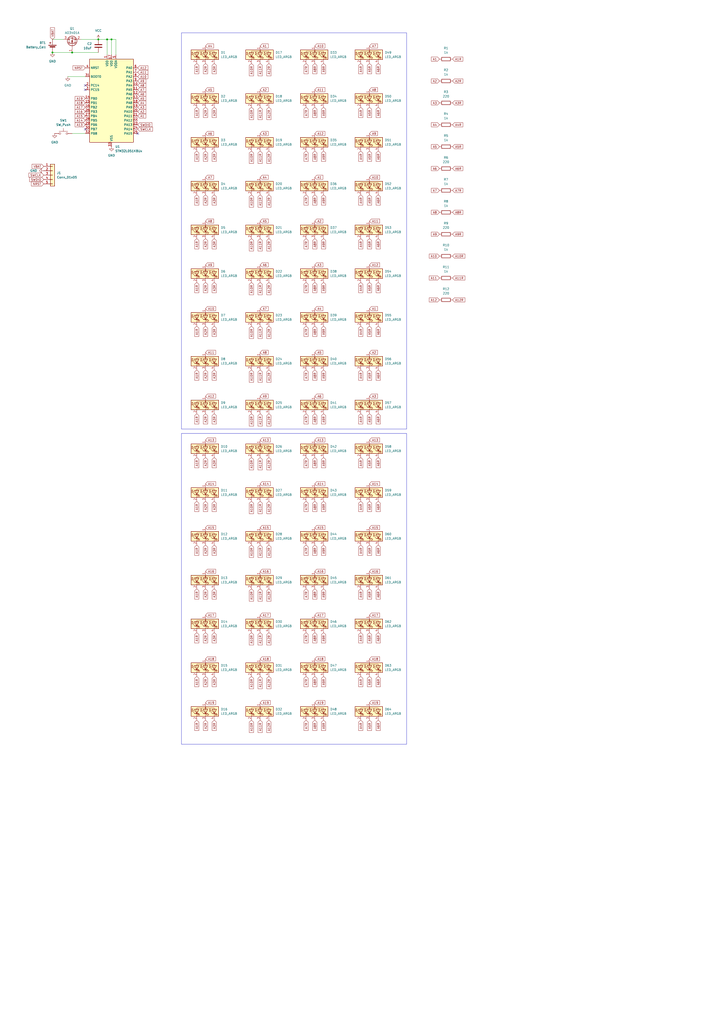
<source format=kicad_sch>
(kicad_sch (version 20250114) (generator "eeschema") (generator_version "9.0")
  (paper "A2" portrait)
  (rectangle (start 105.41 19.05) (end 236.22 248.92))
  (rectangle (start 105.41 251.46) (end 236.22 431.8))
  (junction (at 62.23 22.86))
  (junction (at 57.15 22.86))
  (junction (at 64.77 22.86))
  (junction (at 41.91 30.48))
  (junction (at 30.48 30.48))
  (no_connect (at 49.53 49.53))
  (no_connect (at 49.53 52.07))
  (no_connect (at 49.53 74.93))
  (no_connect (at 80.01 77.47))
  (wire (pts (xy 41.91 30.48) (xy 30.48 30.48)))
  (wire (pts (xy 57.15 30.48) (xy 41.91 30.48)))
  (wire (pts (xy 62.23 31.75) (xy 62.23 22.86)))
  (wire (pts (xy 57.15 22.86) (xy 46.99 22.86)))
  (wire (pts (xy 67.31 22.86) (xy 67.31 31.75)))
  (wire (pts (xy 41.91 77.47) (xy 49.53 77.47)))
  (wire (pts (xy 39.37 44.45) (xy 49.53 44.45)))
  (wire (pts (xy 67.31 22.86) (xy 64.77 22.86)))
  (wire (pts (xy 64.77 22.86) (xy 62.23 22.86)))
  (wire (pts (xy 64.77 31.75) (xy 64.77 22.86)))
  (wire (pts (xy 62.23 22.86) (xy 57.15 22.86)))
  (wire (pts (xy 36.83 22.86) (xy 30.48 22.86)))
  (global_label "A6R" (shape input) (at 219.71 62.23 270) (property "Intersheetrefs" "${INTERSHEET_REFS}" (effects (hide yes))))
  (global_label "A9R" (shape input) (at 187.96 316.23 270) (property "Intersheetrefs" "${INTERSHEET_REFS}" (effects (hide yes))))
  (global_label "A9R" (shape input) (at 187.96 87.63 270) (property "Intersheetrefs" "${INTERSHEET_REFS}" (effects (hide yes))))
  (global_label "A3R" (shape input) (at 124.46 392.43 270) (property "Intersheetrefs" "${INTERSHEET_REFS}" (effects (hide yes))))
  (global_label "A2" (shape input) (at 80.01 64.77 0) (property "Intersheetrefs" "${INTERSHEET_REFS}" (effects (hide yes))))
  (global_label "VBAT" (shape input) (at 25.4 96.52 180) (property "Intersheetrefs" "${INTERSHEET_REFS}" (effects (hide yes))))
  (global_label "A5R" (shape input) (at 214.63 417.83 270) (property "Intersheetrefs" "${INTERSHEET_REFS}" (effects (hide yes))))
  (global_label "A5R" (shape input) (at 214.63 87.63 270) (property "Intersheetrefs" "${INTERSHEET_REFS}" (effects (hide yes))))
  (global_label "A2R" (shape input) (at 119.38 36.83 270) (property "Intersheetrefs" "${INTERSHEET_REFS}" (effects (hide yes))))
  (global_label "A9" (shape input) (at 119.38 153.67 0) (property "Intersheetrefs" "${INTERSHEET_REFS}" (effects (hide yes))))
  (global_label "A1R" (shape input) (at 114.3 265.43 270) (property "Intersheetrefs" "${INTERSHEET_REFS}" (effects (hide yes))))
  (global_label "A1R" (shape input) (at 114.3 189.23 270) (property "Intersheetrefs" "${INTERSHEET_REFS}" (effects (hide yes))))
  (global_label "A10R" (shape input) (at 146.05 87.63 270) (property "Intersheetrefs" "${INTERSHEET_REFS}" (effects (hide yes))))
  (global_label "A2R" (shape input) (at 119.38 290.83 270) (property "Intersheetrefs" "${INTERSHEET_REFS}" (effects (hide yes))))
  (global_label "A12" (shape input) (at 119.38 229.87 0) (property "Intersheetrefs" "${INTERSHEET_REFS}" (effects (hide yes))))
  (global_label "A8R" (shape input) (at 182.88 87.63 270) (property "Intersheetrefs" "${INTERSHEET_REFS}" (effects (hide yes))))
  (global_label "A2R" (shape input) (at 119.38 189.23 270) (property "Intersheetrefs" "${INTERSHEET_REFS}" (effects (hide yes))))
  (global_label "A19" (shape input) (at 151.13 407.67 0) (property "Intersheetrefs" "${INTERSHEET_REFS}" (effects (hide yes))))
  (global_label "A1R" (shape input) (at 114.3 138.43 270) (property "Intersheetrefs" "${INTERSHEET_REFS}" (effects (hide yes))))
  (global_label "A10R" (shape input) (at 146.05 417.83 270) (property "Intersheetrefs" "${INTERSHEET_REFS}" (effects (hide yes))))
  (global_label "A18" (shape input) (at 49.53 59.69 180) (property "Intersheetrefs" "${INTERSHEET_REFS}" (effects (hide yes))))
  (global_label "A10R" (shape input) (at 146.05 265.43 270) (property "Intersheetrefs" "${INTERSHEET_REFS}" (effects (hide yes))))
  (global_label "A15" (shape input) (at 119.38 306.07 0) (property "Intersheetrefs" "${INTERSHEET_REFS}" (effects (hide yes))))
  (global_label "A6R" (shape input) (at 219.71 367.03 270) (property "Intersheetrefs" "${INTERSHEET_REFS}" (effects (hide yes))))
  (global_label "A17" (shape input) (at 214.63 356.87 0) (property "Intersheetrefs" "${INTERSHEET_REFS}" (effects (hide yes))))
  (global_label "A9R" (shape input) (at 187.96 62.23 270) (property "Intersheetrefs" "${INTERSHEET_REFS}" (effects (hide yes))))
  (global_label "A5R" (shape input) (at 214.63 290.83 270) (property "Intersheetrefs" "${INTERSHEET_REFS}" (effects (hide yes))))
  (global_label "VBAT" (shape input) (at 30.48 22.86 90) (property "Intersheetrefs" "${INTERSHEET_REFS}" (effects (hide yes))))
  (global_label "A3R" (shape input) (at 124.46 138.43 270) (property "Intersheetrefs" "${INTERSHEET_REFS}" (effects (hide yes))))
  (global_label "A11R" (shape input) (at 151.13 316.23 270) (property "Intersheetrefs" "${INTERSHEET_REFS}" (effects (hide yes))))
  (global_label "A1R" (shape input) (at 114.3 290.83 270) (property "Intersheetrefs" "${INTERSHEET_REFS}" (effects (hide yes))))
  (global_label "A12R" (shape input) (at 156.21 113.03 270) (property "Intersheetrefs" "${INTERSHEET_REFS}" (effects (hide yes))))
  (global_label "A1R" (shape input) (at 114.3 62.23 270) (property "Intersheetrefs" "${INTERSHEET_REFS}" (effects (hide yes))))
  (global_label "A15" (shape input) (at 49.53 67.31 180) (property "Intersheetrefs" "${INTERSHEET_REFS}" (effects (hide yes))))
  (global_label "A9R" (shape input) (at 187.96 265.43 270) (property "Intersheetrefs" "${INTERSHEET_REFS}" (effects (hide yes))))
  (global_label "A2R" (shape input) (at 119.38 265.43 270) (property "Intersheetrefs" "${INTERSHEET_REFS}" (effects (hide yes))))
  (global_label "A6R" (shape input) (at 262.89 97.79 0) (property "Intersheetrefs" "${INTERSHEET_REFS}" (effects (hide yes))))
  (global_label "A6" (shape input) (at 182.88 229.87 0) (property "Intersheetrefs" "${INTERSHEET_REFS}" (effects (hide yes))))
  (global_label "A4" (shape input) (at 151.13 102.87 0) (property "Intersheetrefs" "${INTERSHEET_REFS}" (effects (hide yes))))
  (global_label "A5" (shape input) (at 255.27 85.09 180) (property "Intersheetrefs" "${INTERSHEET_REFS}" (effects (hide yes))))
  (global_label "A14" (shape input) (at 119.38 280.67 0) (property "Intersheetrefs" "${INTERSHEET_REFS}" (effects (hide yes))))
  (global_label "A1" (shape input) (at 182.88 102.87 0) (property "Intersheetrefs" "${INTERSHEET_REFS}" (effects (hide yes))))
  (global_label "A8" (shape input) (at 151.13 204.47 0) (property "Intersheetrefs" "${INTERSHEET_REFS}" (effects (hide yes))))
  (global_label "A9R" (shape input) (at 187.96 36.83 270) (property "Intersheetrefs" "${INTERSHEET_REFS}" (effects (hide yes))))
  (global_label "A7" (shape input) (at 80.01 52.07 0) (property "Intersheetrefs" "${INTERSHEET_REFS}" (effects (hide yes))))
  (global_label "A11" (shape input) (at 214.63 128.27 0) (property "Intersheetrefs" "${INTERSHEET_REFS}" (effects (hide yes))))
  (global_label "A7R" (shape input) (at 177.8 214.63 270) (property "Intersheetrefs" "${INTERSHEET_REFS}" (effects (hide yes))))
  (global_label "A5" (shape input) (at 151.13 128.27 0) (property "Intersheetrefs" "${INTERSHEET_REFS}" (effects (hide yes))))
  (global_label "A2R" (shape input) (at 119.38 392.43 270) (property "Intersheetrefs" "${INTERSHEET_REFS}" (effects (hide yes))))
  (global_label "A19" (shape input) (at 214.63 407.67 0) (property "Intersheetrefs" "${INTERSHEET_REFS}" (effects (hide yes))))
  (global_label "A10" (shape input) (at 119.38 179.07 0) (property "Intersheetrefs" "${INTERSHEET_REFS}" (effects (hide yes))))
  (global_label "A18" (shape input) (at 214.63 382.27 0) (property "Intersheetrefs" "${INTERSHEET_REFS}" (effects (hide yes))))
  (global_label "A8R" (shape input) (at 182.88 341.63 270) (property "Intersheetrefs" "${INTERSHEET_REFS}" (effects (hide yes))))
  (global_label "A16" (shape input) (at 49.53 64.77 180) (property "Intersheetrefs" "${INTERSHEET_REFS}" (effects (hide yes))))
  (global_label "A10R" (shape input) (at 146.05 290.83 270) (property "Intersheetrefs" "${INTERSHEET_REFS}" (effects (hide yes))))
  (global_label "A18" (shape input) (at 151.13 382.27 0) (property "Intersheetrefs" "${INTERSHEET_REFS}" (effects (hide yes))))
  (global_label "SWCLK" (shape input) (at 80.01 74.93 0) (property "Intersheetrefs" "${INTERSHEET_REFS}" (effects (hide yes))))
  (global_label "A9R" (shape input) (at 187.96 392.43 270) (property "Intersheetrefs" "${INTERSHEET_REFS}" (effects (hide yes))))
  (global_label "A3" (shape input) (at 151.13 77.47 0) (property "Intersheetrefs" "${INTERSHEET_REFS}" (effects (hide yes))))
  (global_label "A4R" (shape input) (at 209.55 214.63 270) (property "Intersheetrefs" "${INTERSHEET_REFS}" (effects (hide yes))))
  (global_label "A3R" (shape input) (at 124.46 316.23 270) (property "Intersheetrefs" "${INTERSHEET_REFS}" (effects (hide yes))))
  (global_label "A11R" (shape input) (at 151.13 138.43 270) (property "Intersheetrefs" "${INTERSHEET_REFS}" (effects (hide yes))))
  (global_label "A10" (shape input) (at 182.88 26.67 0) (property "Intersheetrefs" "${INTERSHEET_REFS}" (effects (hide yes))))
  (global_label "A11R" (shape input) (at 151.13 341.63 270) (property "Intersheetrefs" "${INTERSHEET_REFS}" (effects (hide yes))))
  (global_label "A7R" (shape input) (at 177.8 290.83 270) (property "Intersheetrefs" "${INTERSHEET_REFS}" (effects (hide yes))))
  (global_label "A16" (shape input) (at 182.88 331.47 0) (property "Intersheetrefs" "${INTERSHEET_REFS}" (effects (hide yes))))
  (global_label "A4R" (shape input) (at 209.55 392.43 270) (property "Intersheetrefs" "${INTERSHEET_REFS}" (effects (hide yes))))
  (global_label "A11" (shape input) (at 255.27 161.29 180) (property "Intersheetrefs" "${INTERSHEET_REFS}" (effects (hide yes))))
  (global_label "A17" (shape input) (at 49.53 62.23 180) (property "Intersheetrefs" "${INTERSHEET_REFS}" (effects (hide yes))))
  (global_label "A9" (shape input) (at 255.27 135.89 180) (property "Intersheetrefs" "${INTERSHEET_REFS}" (effects (hide yes))))
  (global_label "A6R" (shape input) (at 219.71 87.63 270) (property "Intersheetrefs" "${INTERSHEET_REFS}" (effects (hide yes))))
  (global_label "A8R" (shape input) (at 182.88 240.03 270) (property "Intersheetrefs" "${INTERSHEET_REFS}" (effects (hide yes))))
  (global_label "A19" (shape input) (at 119.38 407.67 0) (property "Intersheetrefs" "${INTERSHEET_REFS}" (effects (hide yes))))
  (global_label "A12R" (shape input) (at 156.21 316.23 270) (property "Intersheetrefs" "${INTERSHEET_REFS}" (effects (hide yes))))
  (global_label "A2" (shape input) (at 151.13 52.07 0) (property "Intersheetrefs" "${INTERSHEET_REFS}" (effects (hide yes))))
  (global_label "A8R" (shape input) (at 182.88 113.03 270) (property "Intersheetrefs" "${INTERSHEET_REFS}" (effects (hide yes))))
  (global_label "A11R" (shape input) (at 151.13 214.63 270) (property "Intersheetrefs" "${INTERSHEET_REFS}" (effects (hide yes))))
  (global_label "A12R" (shape input) (at 156.21 265.43 270) (property "Intersheetrefs" "${INTERSHEET_REFS}" (effects (hide yes))))
  (global_label "A2" (shape input) (at 214.63 204.47 0) (property "Intersheetrefs" "${INTERSHEET_REFS}" (effects (hide yes))))
  (global_label "A4R" (shape input) (at 209.55 163.83 270) (property "Intersheetrefs" "${INTERSHEET_REFS}" (effects (hide yes))))
  (global_label "A4R" (shape input) (at 209.55 316.23 270) (property "Intersheetrefs" "${INTERSHEET_REFS}" (effects (hide yes))))
  (global_label "A14" (shape input) (at 214.63 280.67 0) (property "Intersheetrefs" "${INTERSHEET_REFS}" (effects (hide yes))))
  (global_label "A8R" (shape input) (at 182.88 392.43 270) (property "Intersheetrefs" "${INTERSHEET_REFS}" (effects (hide yes))))
  (global_label "A3R" (shape input) (at 124.46 163.83 270) (property "Intersheetrefs" "${INTERSHEET_REFS}" (effects (hide yes))))
  (global_label "A1" (shape input) (at 151.13 26.67 0) (property "Intersheetrefs" "${INTERSHEET_REFS}" (effects (hide yes))))
  (global_label "A12R" (shape input) (at 156.21 392.43 270) (property "Intersheetrefs" "${INTERSHEET_REFS}" (effects (hide yes))))
  (global_label "A12R" (shape input) (at 156.21 240.03 270) (property "Intersheetrefs" "${INTERSHEET_REFS}" (effects (hide yes))))
  (global_label "A11R" (shape input) (at 151.13 417.83 270) (property "Intersheetrefs" "${INTERSHEET_REFS}" (effects (hide yes))))
  (global_label "A7R" (shape input) (at 177.8 341.63 270) (property "Intersheetrefs" "${INTERSHEET_REFS}" (effects (hide yes))))
  (global_label "A17" (shape input) (at 119.38 356.87 0) (property "Intersheetrefs" "${INTERSHEET_REFS}" (effects (hide yes))))
  (global_label "A5R" (shape input) (at 214.63 367.03 270) (property "Intersheetrefs" "${INTERSHEET_REFS}" (effects (hide yes))))
  (global_label "A10R" (shape input) (at 146.05 113.03 270) (property "Intersheetrefs" "${INTERSHEET_REFS}" (effects (hide yes))))
  (global_label "A5R" (shape input) (at 214.63 62.23 270) (property "Intersheetrefs" "${INTERSHEET_REFS}" (effects (hide yes))))
  (global_label "A1R" (shape input) (at 114.3 87.63 270) (property "Intersheetrefs" "${INTERSHEET_REFS}" (effects (hide yes))))
  (global_label "A19" (shape input) (at 182.88 407.67 0) (property "Intersheetrefs" "${INTERSHEET_REFS}" (effects (hide yes))))
  (global_label "A11" (shape input) (at 80.01 41.91 0) (property "Intersheetrefs" "${INTERSHEET_REFS}" (effects (hide yes))))
  (global_label "A5R" (shape input) (at 214.63 341.63 270) (property "Intersheetrefs" "${INTERSHEET_REFS}" (effects (hide yes))))
  (global_label "A12R" (shape input) (at 156.21 138.43 270) (property "Intersheetrefs" "${INTERSHEET_REFS}" (effects (hide yes))))
  (global_label "A11R" (shape input) (at 151.13 240.03 270) (property "Intersheetrefs" "${INTERSHEET_REFS}" (effects (hide yes))))
  (global_label "A5R" (shape input) (at 214.63 189.23 270) (property "Intersheetrefs" "${INTERSHEET_REFS}" (effects (hide yes))))
  (global_label "A7R" (shape input) (at 177.8 138.43 270) (property "Intersheetrefs" "${INTERSHEET_REFS}" (effects (hide yes))))
  (global_label "A7R" (shape input) (at 177.8 113.03 270) (property "Intersheetrefs" "${INTERSHEET_REFS}" (effects (hide yes))))
  (global_label "A1R" (shape input) (at 114.3 113.03 270) (property "Intersheetrefs" "${INTERSHEET_REFS}" (effects (hide yes))))
  (global_label "A12R" (shape input) (at 156.21 87.63 270) (property "Intersheetrefs" "${INTERSHEET_REFS}" (effects (hide yes))))
  (global_label "A3R" (shape input) (at 124.46 87.63 270) (property "Intersheetrefs" "${INTERSHEET_REFS}" (effects (hide yes))))
  (global_label "A3" (shape input) (at 255.27 59.69 180) (property "Intersheetrefs" "${INTERSHEET_REFS}" (effects (hide yes))))
  (global_label "A12R" (shape input) (at 156.21 36.83 270) (property "Intersheetrefs" "${INTERSHEET_REFS}" (effects (hide yes))))
  (global_label "A13" (shape input) (at 119.38 255.27 0) (property "Intersheetrefs" "${INTERSHEET_REFS}" (effects (hide yes))))
  (global_label "A6R" (shape input) (at 219.71 138.43 270) (property "Intersheetrefs" "${INTERSHEET_REFS}" (effects (hide yes))))
  (global_label "A11R" (shape input) (at 151.13 36.83 270) (property "Intersheetrefs" "${INTERSHEET_REFS}" (effects (hide yes))))
  (global_label "A7" (shape input) (at 214.63 26.67 0) (property "Intersheetrefs" "${INTERSHEET_REFS}" (effects (hide yes))))
  (global_label "A17" (shape input) (at 151.13 356.87 0) (property "Intersheetrefs" "${INTERSHEET_REFS}" (effects (hide yes))))
  (global_label "A8R" (shape input) (at 182.88 417.83 270) (property "Intersheetrefs" "${INTERSHEET_REFS}" (effects (hide yes))))
  (global_label "A3R" (shape input) (at 124.46 62.23 270) (property "Intersheetrefs" "${INTERSHEET_REFS}" (effects (hide yes))))
  (global_label "A16" (shape input) (at 214.63 331.47 0) (property "Intersheetrefs" "${INTERSHEET_REFS}" (effects (hide yes))))
  (global_label "A6R" (shape input) (at 219.71 290.83 270) (property "Intersheetrefs" "${INTERSHEET_REFS}" (effects (hide yes))))
  (global_label "A1" (shape input) (at 214.63 179.07 0) (property "Intersheetrefs" "${INTERSHEET_REFS}" (effects (hide yes))))
  (global_label "A13" (shape input) (at 182.88 255.27 0) (property "Intersheetrefs" "${INTERSHEET_REFS}" (effects (hide yes))))
  (global_label "A2R" (shape input) (at 119.38 214.63 270) (property "Intersheetrefs" "${INTERSHEET_REFS}" (effects (hide yes))))
  (global_label "A9R" (shape input) (at 187.96 290.83 270) (property "Intersheetrefs" "${INTERSHEET_REFS}" (effects (hide yes))))
  (global_label "A10R" (shape input) (at 146.05 62.23 270) (property "Intersheetrefs" "${INTERSHEET_REFS}" (effects (hide yes))))
  (global_label "A6R" (shape input) (at 219.71 240.03 270) (property "Intersheetrefs" "${INTERSHEET_REFS}" (effects (hide yes))))
  (global_label "A4R" (shape input) (at 209.55 240.03 270) (property "Intersheetrefs" "${INTERSHEET_REFS}" (effects (hide yes))))
  (global_label "A2R" (shape input) (at 119.38 316.23 270) (property "Intersheetrefs" "${INTERSHEET_REFS}" (effects (hide yes))))
  (global_label "A5R" (shape input) (at 214.63 163.83 270) (property "Intersheetrefs" "${INTERSHEET_REFS}" (effects (hide yes))))
  (global_label "A10R" (shape input) (at 146.05 367.03 270) (property "Intersheetrefs" "${INTERSHEET_REFS}" (effects (hide yes))))
  (global_label "A3R" (shape input) (at 124.46 214.63 270) (property "Intersheetrefs" "${INTERSHEET_REFS}" (effects (hide yes))))
  (global_label "A5R" (shape input) (at 214.63 392.43 270) (property "Intersheetrefs" "${INTERSHEET_REFS}" (effects (hide yes))))
  (global_label "A9" (shape input) (at 80.01 46.99 0) (property "Intersheetrefs" "${INTERSHEET_REFS}" (effects (hide yes))))
  (global_label "A12" (shape input) (at 80.01 39.37 0) (property "Intersheetrefs" "${INTERSHEET_REFS}" (effects (hide yes))))
  (global_label "A7" (shape input) (at 119.38 102.87 0) (property "Intersheetrefs" "${INTERSHEET_REFS}" (effects (hide yes))))
  (global_label "A2R" (shape input) (at 119.38 367.03 270) (property "Intersheetrefs" "${INTERSHEET_REFS}" (effects (hide yes))))
  (global_label "A8R" (shape input) (at 182.88 62.23 270) (property "Intersheetrefs" "${INTERSHEET_REFS}" (effects (hide yes))))
  (global_label "A5R" (shape input) (at 214.63 265.43 270) (property "Intersheetrefs" "${INTERSHEET_REFS}" (effects (hide yes))))
  (global_label "A9R" (shape input) (at 187.96 341.63 270) (property "Intersheetrefs" "${INTERSHEET_REFS}" (effects (hide yes))))
  (global_label "A4R" (shape input) (at 209.55 341.63 270) (property "Intersheetrefs" "${INTERSHEET_REFS}" (effects (hide yes))))
  (global_label "A1R" (shape input) (at 114.3 417.83 270) (property "Intersheetrefs" "${INTERSHEET_REFS}" (effects (hide yes))))
  (global_label "NRST" (shape input) (at 25.4 106.68 180) (property "Intersheetrefs" "${INTERSHEET_REFS}" (effects (hide yes))))
  (global_label "A11R" (shape input) (at 151.13 189.23 270) (property "Intersheetrefs" "${INTERSHEET_REFS}" (effects (hide yes))))
  (global_label "A10R" (shape input) (at 146.05 341.63 270) (property "Intersheetrefs" "${INTERSHEET_REFS}" (effects (hide yes))))
  (global_label "A8R" (shape input) (at 182.88 163.83 270) (property "Intersheetrefs" "${INTERSHEET_REFS}" (effects (hide yes))))
  (global_label "A4" (shape input) (at 119.38 26.67 0) (property "Intersheetrefs" "${INTERSHEET_REFS}" (effects (hide yes))))
  (global_label "A10R" (shape input) (at 146.05 316.23 270) (property "Intersheetrefs" "${INTERSHEET_REFS}" (effects (hide yes))))
  (global_label "A6R" (shape input) (at 219.71 214.63 270) (property "Intersheetrefs" "${INTERSHEET_REFS}" (effects (hide yes))))
  (global_label "A11R" (shape input) (at 262.89 161.29 0) (property "Intersheetrefs" "${INTERSHEET_REFS}" (effects (hide yes))))
  (global_label "A6" (shape input) (at 119.38 77.47 0) (property "Intersheetrefs" "${INTERSHEET_REFS}" (effects (hide yes))))
  (global_label "A3" (shape input) (at 182.88 153.67 0) (property "Intersheetrefs" "${INTERSHEET_REFS}" (effects (hide yes))))
  (global_label "A8" (shape input) (at 255.27 123.19 180) (property "Intersheetrefs" "${INTERSHEET_REFS}" (effects (hide yes))))
  (global_label "A4" (shape input) (at 182.88 179.07 0) (property "Intersheetrefs" "${INTERSHEET_REFS}" (effects (hide yes))))
  (global_label "A1R" (shape input) (at 262.89 34.29 0) (property "Intersheetrefs" "${INTERSHEET_REFS}" (effects (hide yes))))
  (global_label "A12R" (shape input) (at 156.21 341.63 270) (property "Intersheetrefs" "${INTERSHEET_REFS}" (effects (hide yes))))
  (global_label "A16" (shape input) (at 151.13 331.47 0) (property "Intersheetrefs" "${INTERSHEET_REFS}" (effects (hide yes))))
  (global_label "A2R" (shape input) (at 119.38 341.63 270) (property "Intersheetrefs" "${INTERSHEET_REFS}" (effects (hide yes))))
  (global_label "A10R" (shape input) (at 262.89 148.59 0) (property "Intersheetrefs" "${INTERSHEET_REFS}" (effects (hide yes))))
  (global_label "A6R" (shape input) (at 219.71 36.83 270) (property "Intersheetrefs" "${INTERSHEET_REFS}" (effects (hide yes))))
  (global_label "A11" (shape input) (at 119.38 204.47 0) (property "Intersheetrefs" "${INTERSHEET_REFS}" (effects (hide yes))))
  (global_label "A4" (shape input) (at 80.01 59.69 0) (property "Intersheetrefs" "${INTERSHEET_REFS}" (effects (hide yes))))
  (global_label "A8" (shape input) (at 80.01 49.53 0) (property "Intersheetrefs" "${INTERSHEET_REFS}" (effects (hide yes))))
  (global_label "A18" (shape input) (at 119.38 382.27 0) (property "Intersheetrefs" "${INTERSHEET_REFS}" (effects (hide yes))))
  (global_label "A6" (shape input) (at 255.27 97.79 180) (property "Intersheetrefs" "${INTERSHEET_REFS}" (effects (hide yes))))
  (global_label "A10R" (shape input) (at 146.05 189.23 270) (property "Intersheetrefs" "${INTERSHEET_REFS}" (effects (hide yes))))
  (global_label "A12" (shape input) (at 255.27 173.99 180) (property "Intersheetrefs" "${INTERSHEET_REFS}" (effects (hide yes))))
  (global_label "A3R" (shape input) (at 124.46 367.03 270) (property "Intersheetrefs" "${INTERSHEET_REFS}" (effects (hide yes))))
  (global_label "A11R" (shape input) (at 151.13 290.83 270) (property "Intersheetrefs" "${INTERSHEET_REFS}" (effects (hide yes))))
  (global_label "A12" (shape input) (at 182.88 77.47 0) (property "Intersheetrefs" "${INTERSHEET_REFS}" (effects (hide yes))))
  (global_label "A8R" (shape input) (at 182.88 189.23 270) (property "Intersheetrefs" "${INTERSHEET_REFS}" (effects (hide yes))))
  (global_label "A6R" (shape input) (at 219.71 189.23 270) (property "Intersheetrefs" "${INTERSHEET_REFS}" (effects (hide yes))))
  (global_label "A1R" (shape input) (at 114.3 316.23 270) (property "Intersheetrefs" "${INTERSHEET_REFS}" (effects (hide yes))))
  (global_label "A12R" (shape input) (at 156.21 189.23 270) (property "Intersheetrefs" "${INTERSHEET_REFS}" (effects (hide yes))))
  (global_label "A7R" (shape input) (at 177.8 36.83 270) (property "Intersheetrefs" "${INTERSHEET_REFS}" (effects (hide yes))))
  (global_label "A8R" (shape input) (at 182.88 138.43 270) (property "Intersheetrefs" "${INTERSHEET_REFS}" (effects (hide yes))))
  (global_label "A4R" (shape input) (at 209.55 62.23 270) (property "Intersheetrefs" "${INTERSHEET_REFS}" (effects (hide yes))))
  (global_label "A15" (shape input) (at 151.13 306.07 0) (property "Intersheetrefs" "${INTERSHEET_REFS}" (effects (hide yes))))
  (global_label "A5" (shape input) (at 182.88 204.47 0) (property "Intersheetrefs" "${INTERSHEET_REFS}" (effects (hide yes))))
  (global_label "A10" (shape input) (at 214.63 102.87 0) (property "Intersheetrefs" "${INTERSHEET_REFS}" (effects (hide yes))))
  (global_label "A9R" (shape input) (at 187.96 240.03 270) (property "Intersheetrefs" "${INTERSHEET_REFS}" (effects (hide yes))))
  (global_label "A7R" (shape input) (at 262.89 110.49 0) (property "Intersheetrefs" "${INTERSHEET_REFS}" (effects (hide yes))))
  (global_label "A3R" (shape input) (at 262.89 59.69 0) (property "Intersheetrefs" "${INTERSHEET_REFS}" (effects (hide yes))))
  (global_label "A12R" (shape input) (at 262.89 173.99 0) (property "Intersheetrefs" "${INTERSHEET_REFS}" (effects (hide yes))))
  (global_label "A9R" (shape input) (at 187.96 163.83 270) (property "Intersheetrefs" "${INTERSHEET_REFS}" (effects (hide yes))))
  (global_label "A4R" (shape input) (at 209.55 417.83 270) (property "Intersheetrefs" "${INTERSHEET_REFS}" (effects (hide yes))))
  (global_label "A4R" (shape input) (at 209.55 265.43 270) (property "Intersheetrefs" "${INTERSHEET_REFS}" (effects (hide yes))))
  (global_label "A11R" (shape input) (at 151.13 62.23 270) (property "Intersheetrefs" "${INTERSHEET_REFS}" (effects (hide yes))))
  (global_label "A14" (shape input) (at 182.88 280.67 0) (property "Intersheetrefs" "${INTERSHEET_REFS}" (effects (hide yes))))
  (global_label "A7" (shape input) (at 151.13 179.07 0) (property "Intersheetrefs" "${INTERSHEET_REFS}" (effects (hide yes))))
  (global_label "A1R" (shape input) (at 114.3 214.63 270) (property "Intersheetrefs" "${INTERSHEET_REFS}" (effects (hide yes))))
  (global_label "A8" (shape input) (at 214.63 52.07 0) (property "Intersheetrefs" "${INTERSHEET_REFS}" (effects (hide yes))))
  (global_label "A11R" (shape input) (at 151.13 113.03 270) (property "Intersheetrefs" "${INTERSHEET_REFS}" (effects (hide yes))))
  (global_label "A2R" (shape input) (at 119.38 87.63 270) (property "Intersheetrefs" "${INTERSHEET_REFS}" (effects (hide yes))))
  (global_label "A4R" (shape input) (at 262.89 72.39 0) (property "Intersheetrefs" "${INTERSHEET_REFS}" (effects (hide yes))))
  (global_label "A4R" (shape input) (at 209.55 189.23 270) (property "Intersheetrefs" "${INTERSHEET_REFS}" (effects (hide yes))))
  (global_label "A13" (shape input) (at 214.63 255.27 0) (property "Intersheetrefs" "${INTERSHEET_REFS}" (effects (hide yes))))
  (global_label "A10R" (shape input) (at 146.05 240.03 270) (property "Intersheetrefs" "${INTERSHEET_REFS}" (effects (hide yes))))
  (global_label "A8R" (shape input) (at 182.88 316.23 270) (property "Intersheetrefs" "${INTERSHEET_REFS}" (effects (hide yes))))
  (global_label "A7R" (shape input) (at 177.8 189.23 270) (property "Intersheetrefs" "${INTERSHEET_REFS}" (effects (hide yes))))
  (global_label "A11R" (shape input) (at 151.13 367.03 270) (property "Intersheetrefs" "${INTERSHEET_REFS}" (effects (hide yes))))
  (global_label "A13" (shape input) (at 49.53 72.39 180) (property "Intersheetrefs" "${INTERSHEET_REFS}" (effects (hide yes))))
  (global_label "A2R" (shape input) (at 119.38 62.23 270) (property "Intersheetrefs" "${INTERSHEET_REFS}" (effects (hide yes))))
  (global_label "A9R" (shape input) (at 187.96 417.83 270) (property "Intersheetrefs" "${INTERSHEET_REFS}" (effects (hide yes))))
  (global_label "A6R" (shape input) (at 219.71 265.43 270) (property "Intersheetrefs" "${INTERSHEET_REFS}" (effects (hide yes))))
  (global_label "A11R" (shape input) (at 151.13 392.43 270) (property "Intersheetrefs" "${INTERSHEET_REFS}" (effects (hide yes))))
  (global_label "A10" (shape input) (at 80.01 44.45 0) (property "Intersheetrefs" "${INTERSHEET_REFS}" (effects (hide yes))))
  (global_label "A1R" (shape input) (at 114.3 36.83 270) (property "Intersheetrefs" "${INTERSHEET_REFS}" (effects (hide yes))))
  (global_label "A3" (shape input) (at 80.01 62.23 0) (property "Intersheetrefs" "${INTERSHEET_REFS}" (effects (hide yes))))
  (global_label "A10" (shape input) (at 255.27 148.59 180) (property "Intersheetrefs" "${INTERSHEET_REFS}" (effects (hide yes))))
  (global_label "A4R" (shape input) (at 209.55 113.03 270) (property "Intersheetrefs" "${INTERSHEET_REFS}" (effects (hide yes))))
  (global_label "A5R" (shape input) (at 214.63 240.03 270) (property "Intersheetrefs" "${INTERSHEET_REFS}" (effects (hide yes))))
  (global_label "A8R" (shape input) (at 182.88 367.03 270) (property "Intersheetrefs" "${INTERSHEET_REFS}" (effects (hide yes))))
  (global_label "SWCLK" (shape input) (at 25.4 101.6 180) (property "Intersheetrefs" "${INTERSHEET_REFS}" (effects (hide yes))))
  (global_label "A1R" (shape input) (at 114.3 240.03 270) (property "Intersheetrefs" "${INTERSHEET_REFS}" (effects (hide yes))))
  (global_label "A12" (shape input) (at 214.63 153.67 0) (property "Intersheetrefs" "${INTERSHEET_REFS}" (effects (hide yes))))
  (global_label "A9R" (shape input) (at 187.96 113.03 270) (property "Intersheetrefs" "${INTERSHEET_REFS}" (effects (hide yes))))
  (global_label "A1R" (shape input) (at 114.3 163.83 270) (property "Intersheetrefs" "${INTERSHEET_REFS}" (effects (hide yes))))
  (global_label "A17" (shape input) (at 182.88 356.87 0) (property "Intersheetrefs" "${INTERSHEET_REFS}" (effects (hide yes))))
  (global_label "SWDIO" (shape input) (at 80.01 72.39 0) (property "Intersheetrefs" "${INTERSHEET_REFS}" (effects (hide yes))))
  (global_label "A13" (shape input) (at 151.13 255.27 0) (property "Intersheetrefs" "${INTERSHEET_REFS}" (effects (hide yes))))
  (global_label "A1" (shape input) (at 80.01 67.31 0) (property "Intersheetrefs" "${INTERSHEET_REFS}" (effects (hide yes))))
  (global_label "A11R" (shape input) (at 151.13 265.43 270) (property "Intersheetrefs" "${INTERSHEET_REFS}" (effects (hide yes))))
  (global_label "A8R" (shape input) (at 182.88 265.43 270) (property "Intersheetrefs" "${INTERSHEET_REFS}" (effects (hide yes))))
  (global_label "A2R" (shape input) (at 119.38 417.83 270) (property "Intersheetrefs" "${INTERSHEET_REFS}" (effects (hide yes))))
  (global_label "A5R" (shape input) (at 262.89 85.09 0) (property "Intersheetrefs" "${INTERSHEET_REFS}" (effects (hide yes))))
  (global_label "A7R" (shape input) (at 177.8 265.43 270) (property "Intersheetrefs" "${INTERSHEET_REFS}" (effects (hide yes))))
  (global_label "A3R" (shape input) (at 124.46 113.03 270) (property "Intersheetrefs" "${INTERSHEET_REFS}" (effects (hide yes))))
  (global_label "A18" (shape input) (at 182.88 382.27 0) (property "Intersheetrefs" "${INTERSHEET_REFS}" (effects (hide yes))))
  (global_label "A16" (shape input) (at 119.38 331.47 0) (property "Intersheetrefs" "${INTERSHEET_REFS}" (effects (hide yes))))
  (global_label "A7R" (shape input) (at 177.8 392.43 270) (property "Intersheetrefs" "${INTERSHEET_REFS}" (effects (hide yes))))
  (global_label "A8R" (shape input) (at 182.88 36.83 270) (property "Intersheetrefs" "${INTERSHEET_REFS}" (effects (hide yes))))
  (global_label "A2R" (shape input) (at 262.89 46.99 0) (property "Intersheetrefs" "${INTERSHEET_REFS}" (effects (hide yes))))
  (global_label "A6R" (shape input) (at 219.71 341.63 270) (property "Intersheetrefs" "${INTERSHEET_REFS}" (effects (hide yes))))
  (global_label "A6R" (shape input) (at 219.71 113.03 270) (property "Intersheetrefs" "${INTERSHEET_REFS}" (effects (hide yes))))
  (global_label "A10R" (shape input) (at 146.05 392.43 270) (property "Intersheetrefs" "${INTERSHEET_REFS}" (effects (hide yes))))
  (global_label "A5" (shape input) (at 119.38 52.07 0) (property "Intersheetrefs" "${INTERSHEET_REFS}" (effects (hide yes))))
  (global_label "A19" (shape input) (at 49.53 57.15 180) (property "Intersheetrefs" "${INTERSHEET_REFS}" (effects (hide yes))))
  (global_label "A14" (shape input) (at 151.13 280.67 0) (property "Intersheetrefs" "${INTERSHEET_REFS}" (effects (hide yes))))
  (global_label "A6R" (shape input) (at 219.71 316.23 270) (property "Intersheetrefs" "${INTERSHEET_REFS}" (effects (hide yes))))
  (global_label "A6R" (shape input) (at 219.71 392.43 270) (property "Intersheetrefs" "${INTERSHEET_REFS}" (effects (hide yes))))
  (global_label "A4R" (shape input) (at 209.55 138.43 270) (property "Intersheetrefs" "${INTERSHEET_REFS}" (effects (hide yes))))
  (global_label "A4" (shape input) (at 255.27 72.39 180) (property "Intersheetrefs" "${INTERSHEET_REFS}" (effects (hide yes))))
  (global_label "A3R" (shape input) (at 124.46 417.83 270) (property "Intersheetrefs" "${INTERSHEET_REFS}" (effects (hide yes))))
  (global_label "A14" (shape input) (at 49.53 69.85 180) (property "Intersheetrefs" "${INTERSHEET_REFS}" (effects (hide yes))))
  (global_label "A7R" (shape input) (at 177.8 163.83 270) (property "Intersheetrefs" "${INTERSHEET_REFS}" (effects (hide yes))))
  (global_label "A12R" (shape input) (at 156.21 417.83 270) (property "Intersheetrefs" "${INTERSHEET_REFS}" (effects (hide yes))))
  (global_label "A9R" (shape input) (at 187.96 189.23 270) (property "Intersheetrefs" "${INTERSHEET_REFS}" (effects (hide yes))))
  (global_label "A9R" (shape input) (at 187.96 367.03 270) (property "Intersheetrefs" "${INTERSHEET_REFS}" (effects (hide yes))))
  (global_label "A7R" (shape input) (at 177.8 316.23 270) (property "Intersheetrefs" "${INTERSHEET_REFS}" (effects (hide yes))))
  (global_label "A7R" (shape input) (at 177.8 367.03 270) (property "Intersheetrefs" "${INTERSHEET_REFS}" (effects (hide yes))))
  (global_label "A2R" (shape input) (at 119.38 138.43 270) (property "Intersheetrefs" "${INTERSHEET_REFS}" (effects (hide yes))))
  (global_label "A3R" (shape input) (at 124.46 341.63 270) (property "Intersheetrefs" "${INTERSHEET_REFS}" (effects (hide yes))))
  (global_label "A3R" (shape input) (at 124.46 290.83 270) (property "Intersheetrefs" "${INTERSHEET_REFS}" (effects (hide yes))))
  (global_label "A6" (shape input) (at 80.01 54.61 0) (property "Intersheetrefs" "${INTERSHEET_REFS}" (effects (hide yes))))
  (global_label "A7R" (shape input) (at 177.8 62.23 270) (property "Intersheetrefs" "${INTERSHEET_REFS}" (effects (hide yes))))
  (global_label "A1R" (shape input) (at 114.3 341.63 270) (property "Intersheetrefs" "${INTERSHEET_REFS}" (effects (hide yes))))
  (global_label "A7R" (shape input) (at 177.8 87.63 270) (property "Intersheetrefs" "${INTERSHEET_REFS}" (effects (hide yes))))
  (global_label "A1R" (shape input) (at 114.3 392.43 270) (property "Intersheetrefs" "${INTERSHEET_REFS}" (effects (hide yes))))
  (global_label "A7R" (shape input) (at 177.8 417.83 270) (property "Intersheetrefs" "${INTERSHEET_REFS}" (effects (hide yes))))
  (global_label "A7R" (shape input) (at 177.8 240.03 270) (property "Intersheetrefs" "${INTERSHEET_REFS}" (effects (hide yes))))
  (global_label "A9R" (shape input) (at 262.89 135.89 0) (property "Intersheetrefs" "${INTERSHEET_REFS}" (effects (hide yes))))
  (global_label "A12R" (shape input) (at 156.21 367.03 270) (property "Intersheetrefs" "${INTERSHEET_REFS}" (effects (hide yes))))
  (global_label "A5" (shape input) (at 80.01 57.15 0) (property "Intersheetrefs" "${INTERSHEET_REFS}" (effects (hide yes))))
  (global_label "A4R" (shape input) (at 209.55 87.63 270) (property "Intersheetrefs" "${INTERSHEET_REFS}" (effects (hide yes))))
  (global_label "A6R" (shape input) (at 219.71 163.83 270) (property "Intersheetrefs" "${INTERSHEET_REFS}" (effects (hide yes))))
  (global_label "A7" (shape input) (at 255.27 110.49 180) (property "Intersheetrefs" "${INTERSHEET_REFS}" (effects (hide yes))))
  (global_label "A2R" (shape input) (at 119.38 163.83 270) (property "Intersheetrefs" "${INTERSHEET_REFS}" (effects (hide yes))))
  (global_label "A1R" (shape input) (at 114.3 367.03 270) (property "Intersheetrefs" "${INTERSHEET_REFS}" (effects (hide yes))))
  (global_label "A10R" (shape input) (at 146.05 163.83 270) (property "Intersheetrefs" "${INTERSHEET_REFS}" (effects (hide yes))))
  (global_label "A6R" (shape input) (at 219.71 417.83 270) (property "Intersheetrefs" "${INTERSHEET_REFS}" (effects (hide yes))))
  (global_label "A5R" (shape input) (at 214.63 316.23 270) (property "Intersheetrefs" "${INTERSHEET_REFS}" (effects (hide yes))))
  (global_label "A3R" (shape input) (at 124.46 189.23 270) (property "Intersheetrefs" "${INTERSHEET_REFS}" (effects (hide yes))))
  (global_label "A9" (shape input) (at 214.63 77.47 0) (property "Intersheetrefs" "${INTERSHEET_REFS}" (effects (hide yes))))
  (global_label "A5R" (shape input) (at 214.63 138.43 270) (property "Intersheetrefs" "${INTERSHEET_REFS}" (effects (hide yes))))
  (global_label "A9R" (shape input) (at 187.96 214.63 270) (property "Intersheetrefs" "${INTERSHEET_REFS}" (effects (hide yes))))
  (global_label "NRST" (shape input) (at 49.53 39.37 180) (property "Intersheetrefs" "${INTERSHEET_REFS}" (effects (hide yes))))
  (global_label "A3R" (shape input) (at 124.46 36.83 270) (property "Intersheetrefs" "${INTERSHEET_REFS}" (effects (hide yes))))
  (global_label "A10R" (shape input) (at 146.05 36.83 270) (property "Intersheetrefs" "${INTERSHEET_REFS}" (effects (hide yes))))
  (global_label "A10R" (shape input) (at 146.05 214.63 270) (property "Intersheetrefs" "${INTERSHEET_REFS}" (effects (hide yes))))
  (global_label "A3R" (shape input) (at 124.46 240.03 270) (property "Intersheetrefs" "${INTERSHEET_REFS}" (effects (hide yes))))
  (global_label "A3" (shape input) (at 214.63 229.87 0) (property "Intersheetrefs" "${INTERSHEET_REFS}" (effects (hide yes))))
  (global_label "A3R" (shape input) (at 124.46 265.43 270) (property "Intersheetrefs" "${INTERSHEET_REFS}" (effects (hide yes))))
  (global_label "A15" (shape input) (at 182.88 306.07 0) (property "Intersheetrefs" "${INTERSHEET_REFS}" (effects (hide yes))))
  (global_label "A5R" (shape input) (at 214.63 113.03 270) (property "Intersheetrefs" "${INTERSHEET_REFS}" (effects (hide yes))))
  (global_label "A4R" (shape input) (at 209.55 290.83 270) (property "Intersheetrefs" "${INTERSHEET_REFS}" (effects (hide yes))))
  (global_label "A8R" (shape input) (at 182.88 290.83 270) (property "Intersheetrefs" "${INTERSHEET_REFS}" (effects (hide yes))))
  (global_label "SWDIO" (shape input) (at 25.4 104.14 180) (property "Intersheetrefs" "${INTERSHEET_REFS}" (effects (hide yes))))
  (global_label "A5R" (shape input) (at 214.63 214.63 270) (property "Intersheetrefs" "${INTERSHEET_REFS}" (effects (hide yes))))
  (global_label "A4R" (shape input) (at 209.55 36.83 270) (property "Intersheetrefs" "${INTERSHEET_REFS}" (effects (hide yes))))
  (global_label "A9R" (shape input) (at 187.96 138.43 270) (property "Intersheetrefs" "${INTERSHEET_REFS}" (effects (hide yes))))
  (global_label "A2" (shape input) (at 255.27 46.99 180) (property "Intersheetrefs" "${INTERSHEET_REFS}" (effects (hide yes))))
  (global_label "A8" (shape input) (at 119.38 128.27 0) (property "Intersheetrefs" "${INTERSHEET_REFS}" (effects (hide yes))))
  (global_label "A8R" (shape input) (at 262.89 123.19 0) (property "Intersheetrefs" "${INTERSHEET_REFS}" (effects (hide yes))))
  (global_label "A1" (shape input) (at 255.27 34.29 180) (property "Intersheetrefs" "${INTERSHEET_REFS}" (effects (hide yes))))
  (global_label "A2" (shape input) (at 182.88 128.27 0) (property "Intersheetrefs" "${INTERSHEET_REFS}" (effects (hide yes))))
  (global_label "A12R" (shape input) (at 156.21 214.63 270) (property "Intersheetrefs" "${INTERSHEET_REFS}" (effects (hide yes))))
  (global_label "A12R" (shape input) (at 156.21 163.83 270) (property "Intersheetrefs" "${INTERSHEET_REFS}" (effects (hide yes))))
  (global_label "A2R" (shape input) (at 119.38 113.03 270) (property "Intersheetrefs" "${INTERSHEET_REFS}" (effects (hide yes))))
  (global_label "A6" (shape input) (at 151.13 153.67 0) (property "Intersheetrefs" "${INTERSHEET_REFS}" (effects (hide yes))))
  (global_label "A11R" (shape input) (at 151.13 163.83 270) (property "Intersheetrefs" "${INTERSHEET_REFS}" (effects (hide yes))))
  (global_label "A5R" (shape input) (at 214.63 36.83 270) (property "Intersheetrefs" "${INTERSHEET_REFS}" (effects (hide yes))))
  (global_label "A8R" (shape input) (at 182.88 214.63 270) (property "Intersheetrefs" "${INTERSHEET_REFS}" (effects (hide yes))))
  (global_label "A2R" (shape input) (at 119.38 240.03 270) (property "Intersheetrefs" "${INTERSHEET_REFS}" (effects (hide yes))))
  (global_label "A15" (shape input) (at 214.63 306.07 0) (property "Intersheetrefs" "${INTERSHEET_REFS}" (effects (hide yes))))
  (global_label "A12R" (shape input) (at 156.21 290.83 270) (property "Intersheetrefs" "${INTERSHEET_REFS}" (effects (hide yes))))
  (global_label "A4R" (shape input) (at 209.55 367.03 270) (property "Intersheetrefs" "${INTERSHEET_REFS}" (effects (hide yes))))
  (global_label "A11" (shape input) (at 182.88 52.07 0) (property "Intersheetrefs" "${INTERSHEET_REFS}" (effects (hide yes))))
  (global_label "A12R" (shape input) (at 156.21 62.23 270) (property "Intersheetrefs" "${INTERSHEET_REFS}" (effects (hide yes))))
  (global_label "A10R" (shape input) (at 146.05 138.43 270) (property "Intersheetrefs" "${INTERSHEET_REFS}" (effects (hide yes))))
  (global_label "A11R" (shape input) (at 151.13 87.63 270) (property "Intersheetrefs" "${INTERSHEET_REFS}" (effects (hide yes))))
  (global_label "A9" (shape input) (at 151.13 229.87 0) (property "Intersheetrefs" "${INTERSHEET_REFS}" (effects (hide yes))))
  (symbol (lib_id "Device:LED_ARGB") (at 151.13 107.95 90) (unit 1)
    (property "Reference" "D20" (at 160.02 106.6799 90) (effects (justify right)))
    (property "Value" "LED_ARGB" (at 160.02 109.2199 90) (effects (justify right)))
    (property "Footprint" "Custom:NH-Z1415RGBA-SG" (effects (hide yes)))
    (property "Description" "RGB LED, anode/red/green/blue" (effects (hide yes)))
    (property "LCSC" "C2874117" (effects (hide yes)))
  )
  (symbol (lib_id "Device:LED_ARGB") (at 214.63 82.55 90) (unit 1)
    (property "Reference" "D51" (at 223.52 81.2799 90) (effects (justify right)))
    (property "Value" "LED_ARGB" (at 223.52 83.8199 90) (effects (justify right)))
    (property "Footprint" "Custom:NH-Z1415RGBA-SG" (effects (hide yes)))
    (property "Description" "RGB LED, anode/red/green/blue" (effects (hide yes)))
    (property "LCSC" "C2874117" (effects (hide yes)))
  )
  (symbol (lib_id "Device:LED_ARGB") (at 182.88 158.75 90) (unit 1)
    (property "Reference" "D38" (at 191.77 157.4799 90) (effects (justify right)))
    (property "Value" "LED_ARGB" (at 191.77 160.0199 90) (effects (justify right)))
    (property "Footprint" "Custom:NH-Z1415RGBA-SG" (effects (hide yes)))
    (property "Description" "RGB LED, anode/red/green/blue" (effects (hide yes)))
    (property "LCSC" "C2874117" (effects (hide yes)))
  )
  (symbol (lib_id "Device:LED_ARGB") (at 214.63 107.95 90) (unit 1)
    (property "Reference" "D52" (at 223.52 106.6799 90) (effects (justify right)))
    (property "Value" "LED_ARGB" (at 223.52 109.2199 90) (effects (justify right)))
    (property "Footprint" "Custom:NH-Z1415RGBA-SG" (effects (hide yes)))
    (property "Description" "RGB LED, anode/red/green/blue" (effects (hide yes)))
    (property "LCSC" "C2874117" (effects (hide yes)))
  )
  (symbol (lib_id "Device:LED_ARGB") (at 151.13 234.95 90) (unit 1)
    (property "Reference" "D25" (at 160.02 233.6799 90) (effects (justify right)))
    (property "Value" "LED_ARGB" (at 160.02 236.2199 90) (effects (justify right)))
    (property "Footprint" "Custom:NH-Z1415RGBA-SG" (effects (hide yes)))
    (property "Description" "RGB LED, anode/red/green/blue" (effects (hide yes)))
    (property "LCSC" "C2874117" (effects (hide yes)))
  )
  (symbol (lib_id "Device:LED_ARGB") (at 119.38 158.75 90) (unit 1)
    (property "Reference" "D6" (at 128.27 157.4799 90) (effects (justify right)))
    (property "Value" "LED_ARGB" (at 128.27 160.0199 90) (effects (justify right)))
    (property "Footprint" "Custom:NH-Z1415RGBA-SG" (effects (hide yes)))
    (property "Description" "RGB LED, anode/red/green/blue" (effects (hide yes)))
    (property "LCSC" "C2874117" (effects (hide yes)))
  )
  (symbol (lib_id "Device:LED_ARGB") (at 214.63 184.15 90) (unit 1)
    (property "Reference" "D55" (at 223.52 182.8799 90) (effects (justify right)))
    (property "Value" "LED_ARGB" (at 223.52 185.4199 90) (effects (justify right)))
    (property "Footprint" "Custom:NH-Z1415RGBA-SG" (effects (hide yes)))
    (property "Description" "RGB LED, anode/red/green/blue" (effects (hide yes)))
    (property "LCSC" "C2874117" (effects (hide yes)))
  )
  (symbol (lib_id "Device:LED_ARGB") (at 182.88 412.75 90) (unit 1)
    (property "Reference" "D48" (at 191.77 411.4799 90) (effects (justify right)))
    (property "Value" "LED_ARGB" (at 191.77 414.0199 90) (effects (justify right)))
    (property "Footprint" "Custom:NH-Z1415RGBA-SG" (effects (hide yes)))
    (property "Description" "RGB LED, anode/red/green/blue" (effects (hide yes)))
    (property "LCSC" "C2874117" (effects (hide yes)))
  )
  (symbol (lib_id "Device:LED_ARGB") (at 214.63 311.15 90) (unit 1)
    (property "Reference" "D60" (at 223.52 309.8799 90) (effects (justify right)))
    (property "Value" "LED_ARGB" (at 223.52 312.4199 90) (effects (justify right)))
    (property "Footprint" "Custom:NH-Z1415RGBA-SG" (effects (hide yes)))
    (property "Description" "RGB LED, anode/red/green/blue" (effects (hide yes)))
    (property "LCSC" "C2874117" (effects (hide yes)))
  )
  (symbol (lib_id "Device:R") (at 259.08 173.99 90) (unit 1)
    (property "Reference" "R12" (at 259.08 167.64 90))
    (property "Value" "220" (at 259.08 170.18 90))
    (property "Footprint" "Resistor_SMD:R_0402_1005Metric" (effects (hide yes)))
    (property "Description" "Resistor" (effects (hide yes)))
    (property "LCSC" "C25091" (effects (hide yes)))
  )
  (symbol (lib_id "Device:LED_ARGB") (at 182.88 336.55 90) (unit 1)
    (property "Reference" "D45" (at 191.77 335.2799 90) (effects (justify right)))
    (property "Value" "LED_ARGB" (at 191.77 337.8199 90) (effects (justify right)))
    (property "Footprint" "Custom:NH-Z1415RGBA-SG" (effects (hide yes)))
    (property "Description" "RGB LED, anode/red/green/blue" (effects (hide yes)))
    (property "LCSC" "C2874117" (effects (hide yes)))
  )
  (symbol (lib_id "Device:LED_ARGB") (at 182.88 31.75 90) (unit 1)
    (property "Reference" "D33" (at 191.77 30.4799 90) (effects (justify right)))
    (property "Value" "LED_ARGB" (at 191.77 33.0199 90) (effects (justify right)))
    (property "Footprint" "Custom:NH-Z1415RGBA-SG" (effects (hide yes)))
    (property "Description" "RGB LED, anode/red/green/blue" (effects (hide yes)))
    (property "LCSC" "C2874117" (effects (hide yes)))
  )
  (symbol (lib_id "Device:LED_ARGB") (at 119.38 260.35 90) (unit 1)
    (property "Reference" "D10" (at 128.27 259.0799 90) (effects (justify right)))
    (property "Value" "LED_ARGB" (at 128.27 261.6199 90) (effects (justify right)))
    (property "Footprint" "Custom:NH-Z1415RGBA-SG" (effects (hide yes)))
    (property "Description" "RGB LED, anode/red/green/blue" (effects (hide yes)))
    (property "LCSC" "C2874117" (effects (hide yes)))
  )
  (symbol (lib_id "Device:R") (at 259.08 46.99 90) (unit 1)
    (property "Reference" "R2" (at 259.08 40.64 90))
    (property "Value" "1k" (at 259.08 43.18 90))
    (property "Footprint" "Resistor_SMD:R_0402_1005Metric" (effects (hide yes)))
    (property "Description" "Resistor" (effects (hide yes)))
    (property "LCSC" "C11702" (effects (hide yes)))
  )
  (symbol (lib_id "Device:R") (at 259.08 85.09 90) (unit 1)
    (property "Reference" "R5" (at 259.08 78.74 90))
    (property "Value" "1k" (at 259.08 81.28 90))
    (property "Footprint" "Resistor_SMD:R_0402_1005Metric" (effects (hide yes)))
    (property "Description" "Resistor" (effects (hide yes)))
    (property "LCSC" "C11702" (effects (hide yes)))
  )
  (symbol (lib_id "Device:LED_ARGB") (at 214.63 285.75 90) (unit 1)
    (property "Reference" "D59" (at 223.52 284.4799 90) (effects (justify right)))
    (property "Value" "LED_ARGB" (at 223.52 287.0199 90) (effects (justify right)))
    (property "Footprint" "Custom:NH-Z1415RGBA-SG" (effects (hide yes)))
    (property "Description" "RGB LED, anode/red/green/blue" (effects (hide yes)))
    (property "LCSC" "C2874117" (effects (hide yes)))
  )
  (symbol (lib_id "power:GND") (at 39.37 44.45 0) (mirror y) (unit 1)
    (property "Reference" "#PWR02" (effects (hide yes)))
    (property "Value" "GND" (at 39.37 49.53 0))
    (property "Description" "Power symbol creates a global label with name \"GND\" , ground" (effects (hide yes)))
  )
  (symbol (lib_id "Device:LED_ARGB") (at 151.13 387.35 90) (unit 1)
    (property "Reference" "D31" (at 160.02 386.0799 90) (effects (justify right)))
    (property "Value" "LED_ARGB" (at 160.02 388.6199 90) (effects (justify right)))
    (property "Footprint" "Custom:NH-Z1415RGBA-SG" (effects (hide yes)))
    (property "Description" "RGB LED, anode/red/green/blue" (effects (hide yes)))
    (property "LCSC" "C2874117" (effects (hide yes)))
  )
  (symbol (lib_id "Device:R") (at 259.08 59.69 90) (unit 1)
    (property "Reference" "R3" (at 259.08 53.34 90))
    (property "Value" "220" (at 259.08 55.88 90))
    (property "Footprint" "Resistor_SMD:R_0402_1005Metric" (effects (hide yes)))
    (property "Description" "Resistor" (effects (hide yes)))
    (property "LCSC" "C25091" (effects (hide yes)))
  )
  (symbol (lib_id "Device:R") (at 259.08 161.29 90) (unit 1)
    (property "Reference" "R11" (at 259.08 154.94 90))
    (property "Value" "1k" (at 259.08 157.48 90))
    (property "Footprint" "Resistor_SMD:R_0402_1005Metric" (effects (hide yes)))
    (property "Description" "Resistor" (effects (hide yes)))
    (property "LCSC" "C11702" (effects (hide yes)))
  )
  (symbol (lib_id "Device:R") (at 259.08 97.79 90) (unit 1)
    (property "Reference" "R6" (at 259.08 91.44 90))
    (property "Value" "220" (at 259.08 93.98 90))
    (property "Footprint" "Resistor_SMD:R_0402_1005Metric" (effects (hide yes)))
    (property "Description" "Resistor" (effects (hide yes)))
    (property "LCSC" "C25091" (effects (hide yes)))
  )
  (symbol (lib_id "Transistor_FET:AO3401A") (at 41.91 25.4 90) (unit 1)
    (property "Reference" "Q1" (at 41.91 16.51 90))
    (property "Value" "AO3401A" (at 41.91 19.05 90))
    (property "Footprint" "Package_TO_SOT_SMD:SOT-23" (effects (hide yes)))
    (property "Datasheet" "http://www.aosmd.com/pdfs/datasheet/AO3401A.pdf" (effects (hide yes)))
    (property "Description" "-4.0A Id, -30V Vds, P-Channel MOSFET, SOT-23" (effects (hide yes)))
    (property "LCSC" "C15127" (effects (hide yes)))
  )
  (symbol (lib_id "Device:LED_ARGB") (at 119.38 82.55 90) (unit 1)
    (property "Reference" "D3" (at 128.27 81.2799 90) (effects (justify right)))
    (property "Value" "LED_ARGB" (at 128.27 83.8199 90) (effects (justify right)))
    (property "Footprint" "Custom:NH-Z1415RGBA-SG" (effects (hide yes)))
    (property "Description" "RGB LED, anode/red/green/blue" (effects (hide yes)))
    (property "LCSC" "C2874117" (effects (hide yes)))
  )
  (symbol (lib_id "Device:LED_ARGB") (at 214.63 260.35 90) (unit 1)
    (property "Reference" "D58" (at 223.52 259.0799 90) (effects (justify right)))
    (property "Value" "LED_ARGB" (at 223.52 261.6199 90) (effects (justify right)))
    (property "Footprint" "Custom:NH-Z1415RGBA-SG" (effects (hide yes)))
    (property "Description" "RGB LED, anode/red/green/blue" (effects (hide yes)))
    (property "LCSC" "C2874117" (effects (hide yes)))
  )
  (symbol (lib_id "power:GND") (at 30.48 30.48 0) (mirror y) (unit 1)
    (property "Reference" "#PWR09" (effects (hide yes)))
    (property "Value" "GND" (at 30.48 35.56 0))
    (property "Description" "Power symbol creates a global label with name \"GND\" , ground" (effects (hide yes)))
  )
  (symbol (lib_id "Device:LED_ARGB") (at 182.88 285.75 90) (unit 1)
    (property "Reference" "D43" (at 191.77 284.4799 90) (effects (justify right)))
    (property "Value" "LED_ARGB" (at 191.77 287.0199 90) (effects (justify right)))
    (property "Footprint" "Custom:NH-Z1415RGBA-SG" (effects (hide yes)))
    (property "Description" "RGB LED, anode/red/green/blue" (effects (hide yes)))
    (property "LCSC" "C2874117" (effects (hide yes)))
  )
  (symbol (lib_id "Device:LED_ARGB") (at 182.88 133.35 90) (unit 1)
    (property "Reference" "D37" (at 191.77 132.0799 90) (effects (justify right)))
    (property "Value" "LED_ARGB" (at 191.77 134.6199 90) (effects (justify right)))
    (property "Footprint" "Custom:NH-Z1415RGBA-SG" (effects (hide yes)))
    (property "Description" "RGB LED, anode/red/green/blue" (effects (hide yes)))
    (property "LCSC" "C2874117" (effects (hide yes)))
  )
  (symbol (lib_id "Device:LED_ARGB") (at 151.13 184.15 90) (unit 1)
    (property "Reference" "D23" (at 160.02 182.8799 90) (effects (justify right)))
    (property "Value" "LED_ARGB" (at 160.02 185.4199 90) (effects (justify right)))
    (property "Footprint" "Custom:NH-Z1415RGBA-SG" (effects (hide yes)))
    (property "Description" "RGB LED, anode/red/green/blue" (effects (hide yes)))
    (property "LCSC" "C2874117" (effects (hide yes)))
  )
  (symbol (lib_id "Device:LED_ARGB") (at 151.13 412.75 90) (unit 1)
    (property "Reference" "D32" (at 160.02 411.4799 90) (effects (justify right)))
    (property "Value" "LED_ARGB" (at 160.02 414.0199 90) (effects (justify right)))
    (property "Footprint" "Custom:NH-Z1415RGBA-SG" (effects (hide yes)))
    (property "Description" "RGB LED, anode/red/green/blue" (effects (hide yes)))
    (property "LCSC" "C2874117" (effects (hide yes)))
  )
  (symbol (lib_id "Device:LED_ARGB") (at 151.13 311.15 90) (unit 1)
    (property "Reference" "D28" (at 160.02 309.8799 90) (effects (justify right)))
    (property "Value" "LED_ARGB" (at 160.02 312.4199 90) (effects (justify right)))
    (property "Footprint" "Custom:NH-Z1415RGBA-SG" (effects (hide yes)))
    (property "Description" "RGB LED, anode/red/green/blue" (effects (hide yes)))
    (property "LCSC" "C2874117" (effects (hide yes)))
  )
  (symbol (lib_id "power:GND") (at 25.4 99.06 270) (unit 1)
    (property "Reference" "#PWR03" (effects (hide yes)))
    (property "Value" "GND" (at 21.59 99.0599 90) (effects (justify right)))
    (property "Description" "Power symbol creates a global label with name \"GND\" , ground" (effects (hide yes)))
  )
  (symbol (lib_id "power:GND") (at 31.75 77.47 0) (unit 1)
    (property "Reference" "#PWR04" (effects (hide yes)))
    (property "Value" "GND" (at 31.75 82.55 0))
    (property "Description" "Power symbol creates a global label with name \"GND\" , ground" (effects (hide yes)))
  )
  (symbol (lib_id "power:VCC") (at 57.15 22.86 0) (mirror y) (unit 1)
    (property "Reference" "#PWR08" (effects (hide yes)))
    (property "Value" "VCC" (at 57.15 17.78 0))
    (property "Description" "Power symbol creates a global label with name \"VCC\"" (effects (hide yes)))
  )
  (symbol (lib_id "MCU_ST_STM32L0:STM32L051K8Ux") (at 64.77 59.69 0) (unit 1)
    (property "Reference" "U1" (at 66.9133 85.09 0) (effects (justify left)))
    (property "Value" "STM32L051K8Ux" (at 66.9133 87.63 0) (effects (justify left)))
    (property "Footprint" "Package_DFN_QFN:QFN-32-1EP_5x5mm_P0.5mm_EP3.45x3.45mm" (effects (hide yes)))
    (property "Datasheet" "https://www.st.com/resource/en/datasheet/stm32l051k8.pdf" (effects (hide yes)))
    (property "Description" "STMicroelectronics Arm Cortex-M0+ MCU, 64KB flash, 8KB RAM, 32 MHz, 1.65-3.6V, 27 GPIO, UFQFPN32" (effects (hide yes)))
    (property "LCSC" "C94770" (effects (hide yes)))
  )
  (symbol (lib_id "Device:LED_ARGB") (at 214.63 387.35 90) (unit 1)
    (property "Reference" "D63" (at 223.52 386.0799 90) (effects (justify right)))
    (property "Value" "LED_ARGB" (at 223.52 388.6199 90) (effects (justify right)))
    (property "Footprint" "Custom:NH-Z1415RGBA-SG" (effects (hide yes)))
    (property "Description" "RGB LED, anode/red/green/blue" (effects (hide yes)))
    (property "LCSC" "C2874117" (effects (hide yes)))
  )
  (symbol (lib_id "Device:LED_ARGB") (at 119.38 57.15 90) (unit 1)
    (property "Reference" "D2" (at 128.27 55.8799 90) (effects (justify right)))
    (property "Value" "LED_ARGB" (at 128.27 58.4199 90) (effects (justify right)))
    (property "Footprint" "Custom:NH-Z1415RGBA-SG" (effects (hide yes)))
    (property "Description" "RGB LED, anode/red/green/blue" (effects (hide yes)))
    (property "LCSC" "C2874117" (effects (hide yes)))
  )
  (symbol (lib_id "Device:Battery_Cell") (at 30.48 27.94 0) (mirror y) (unit 1)
    (property "Reference" "BT1" (at 26.67 24.8284 0) (effects (justify left)))
    (property "Value" "Battery_Cell" (at 26.67 27.3684 0) (effects (justify left)))
    (property "Footprint" "Battery:BatteryHolder_Keystone_1060_1x2032" (effects (hide yes)))
    (property "Description" "Single-cell battery" (effects (hide yes)))
    (property "LCSC" "C964818" (effects (hide yes)))
  )
  (symbol (lib_id "Device:LED_ARGB") (at 214.63 412.75 90) (unit 1)
    (property "Reference" "D64" (at 223.52 411.4799 90) (effects (justify right)))
    (property "Value" "LED_ARGB" (at 223.52 414.0199 90) (effects (justify right)))
    (property "Footprint" "Custom:NH-Z1415RGBA-SG" (effects (hide yes)))
    (property "Description" "RGB LED, anode/red/green/blue" (effects (hide yes)))
    (property "LCSC" "C2874117" (effects (hide yes)))
  )
  (symbol (lib_id "Device:LED_ARGB") (at 151.13 158.75 90) (unit 1)
    (property "Reference" "D22" (at 160.02 157.4799 90) (effects (justify right)))
    (property "Value" "LED_ARGB" (at 160.02 160.0199 90) (effects (justify right)))
    (property "Footprint" "Custom:NH-Z1415RGBA-SG" (effects (hide yes)))
    (property "Description" "RGB LED, anode/red/green/blue" (effects (hide yes)))
    (property "LCSC" "C2874117" (effects (hide yes)))
  )
  (symbol (lib_id "Device:LED_ARGB") (at 182.88 107.95 90) (unit 1)
    (property "Reference" "D36" (at 191.77 106.6799 90) (effects (justify right)))
    (property "Value" "LED_ARGB" (at 191.77 109.2199 90) (effects (justify right)))
    (property "Footprint" "Custom:NH-Z1415RGBA-SG" (effects (hide yes)))
    (property "Description" "RGB LED, anode/red/green/blue" (effects (hide yes)))
    (property "LCSC" "C2874117" (effects (hide yes)))
  )
  (symbol (lib_id "Device:LED_ARGB") (at 119.38 311.15 90) (unit 1)
    (property "Reference" "D12" (at 128.27 309.8799 90) (effects (justify right)))
    (property "Value" "LED_ARGB" (at 128.27 312.4199 90) (effects (justify right)))
    (property "Footprint" "Custom:NH-Z1415RGBA-SG" (effects (hide yes)))
    (property "Description" "RGB LED, anode/red/green/blue" (effects (hide yes)))
    (property "LCSC" "C2874117" (effects (hide yes)))
  )
  (symbol (lib_id "Device:LED_ARGB") (at 151.13 336.55 90) (unit 1)
    (property "Reference" "D29" (at 160.02 335.2799 90) (effects (justify right)))
    (property "Value" "LED_ARGB" (at 160.02 337.8199 90) (effects (justify right)))
    (property "Footprint" "Custom:NH-Z1415RGBA-SG" (effects (hide yes)))
    (property "Description" "RGB LED, anode/red/green/blue" (effects (hide yes)))
    (property "LCSC" "C2874117" (effects (hide yes)))
  )
  (symbol (lib_id "Device:R") (at 259.08 135.89 90) (unit 1)
    (property "Reference" "R9" (at 259.08 129.54 90))
    (property "Value" "220" (at 259.08 132.08 90))
    (property "Footprint" "Resistor_SMD:R_0402_1005Metric" (effects (hide yes)))
    (property "Description" "Resistor" (effects (hide yes)))
    (property "LCSC" "C25091" (effects (hide yes)))
  )
  (symbol (lib_id "Device:R") (at 259.08 110.49 90) (unit 1)
    (property "Reference" "R7" (at 259.08 104.14 90))
    (property "Value" "1k" (at 259.08 106.68 90))
    (property "Footprint" "Resistor_SMD:R_0402_1005Metric" (effects (hide yes)))
    (property "Description" "Resistor" (effects (hide yes)))
    (property "LCSC" "C11702" (effects (hide yes)))
  )
  (symbol (lib_id "Device:LED_ARGB") (at 182.88 209.55 90) (unit 1)
    (property "Reference" "D40" (at 191.77 208.2799 90) (effects (justify right)))
    (property "Value" "LED_ARGB" (at 191.77 210.8199 90) (effects (justify right)))
    (property "Footprint" "Custom:NH-Z1415RGBA-SG" (effects (hide yes)))
    (property "Description" "RGB LED, anode/red/green/blue" (effects (hide yes)))
    (property "LCSC" "C2874117" (effects (hide yes)))
  )
  (symbol (lib_id "Device:LED_ARGB") (at 119.38 184.15 90) (unit 1)
    (property "Reference" "D7" (at 128.27 182.8799 90) (effects (justify right)))
    (property "Value" "LED_ARGB" (at 128.27 185.4199 90) (effects (justify right)))
    (property "Footprint" "Custom:NH-Z1415RGBA-SG" (effects (hide yes)))
    (property "Description" "RGB LED, anode/red/green/blue" (effects (hide yes)))
    (property "LCSC" "C2874117" (effects (hide yes)))
  )
  (symbol (lib_id "Device:LED_ARGB") (at 182.88 234.95 90) (unit 1)
    (property "Reference" "D41" (at 191.77 233.6799 90) (effects (justify right)))
    (property "Value" "LED_ARGB" (at 191.77 236.2199 90) (effects (justify right)))
    (property "Footprint" "Custom:NH-Z1415RGBA-SG" (effects (hide yes)))
    (property "Description" "RGB LED, anode/red/green/blue" (effects (hide yes)))
    (property "LCSC" "C2874117" (effects (hide yes)))
  )
  (symbol (lib_id "Device:LED_ARGB") (at 182.88 82.55 90) (unit 1)
    (property "Reference" "D35" (at 191.77 81.2799 90) (effects (justify right)))
    (property "Value" "LED_ARGB" (at 191.77 83.8199 90) (effects (justify right)))
    (property "Footprint" "Custom:NH-Z1415RGBA-SG" (effects (hide yes)))
    (property "Description" "RGB LED, anode/red/green/blue" (effects (hide yes)))
    (property "LCSC" "C2874117" (effects (hide yes)))
  )
  (symbol (lib_id "Device:LED_ARGB") (at 119.38 234.95 90) (unit 1)
    (property "Reference" "D9" (at 128.27 233.6799 90) (effects (justify right)))
    (property "Value" "LED_ARGB" (at 128.27 236.2199 90) (effects (justify right)))
    (property "Footprint" "Custom:NH-Z1415RGBA-SG" (effects (hide yes)))
    (property "Description" "RGB LED, anode/red/green/blue" (effects (hide yes)))
    (property "LCSC" "C2874117" (effects (hide yes)))
  )
  (symbol (lib_id "Device:LED_ARGB") (at 119.38 133.35 90) (unit 1)
    (property "Reference" "D5" (at 128.27 132.0799 90) (effects (justify right)))
    (property "Value" "LED_ARGB" (at 128.27 134.6199 90) (effects (justify right)))
    (property "Footprint" "Custom:NH-Z1415RGBA-SG" (effects (hide yes)))
    (property "Description" "RGB LED, anode/red/green/blue" (effects (hide yes)))
    (property "LCSC" "C2874117" (effects (hide yes)))
  )
  (symbol (lib_id "Device:LED_ARGB") (at 151.13 82.55 90) (unit 1)
    (property "Reference" "D19" (at 160.02 81.2799 90) (effects (justify right)))
    (property "Value" "LED_ARGB" (at 160.02 83.8199 90) (effects (justify right)))
    (property "Footprint" "Custom:NH-Z1415RGBA-SG" (effects (hide yes)))
    (property "Description" "RGB LED, anode/red/green/blue" (effects (hide yes)))
    (property "LCSC" "C2874117" (effects (hide yes)))
  )
  (symbol (lib_id "Device:LED_ARGB") (at 182.88 184.15 90) (unit 1)
    (property "Reference" "D39" (at 191.77 182.8799 90) (effects (justify right)))
    (property "Value" "LED_ARGB" (at 191.77 185.4199 90) (effects (justify right)))
    (property "Footprint" "Custom:NH-Z1415RGBA-SG" (effects (hide yes)))
    (property "Description" "RGB LED, anode/red/green/blue" (effects (hide yes)))
    (property "LCSC" "C2874117" (effects (hide yes)))
  )
  (symbol (lib_id "Device:C") (at 57.15 26.67 0) (mirror y) (unit 1)
    (property "Reference" "C2" (at 53.34 25.3999 0) (effects (justify left)))
    (property "Value" "10uF" (at 53.34 27.9399 0) (effects (justify left)))
    (property "Footprint" "Capacitor_SMD:C_0402_1005Metric" (effects (hide yes)))
    (property "Description" "Unpolarized capacitor" (effects (hide yes)))
    (property "LCSC" "C15525" (effects (hide yes)))
  )
  (symbol (lib_id "Device:LED_ARGB") (at 151.13 57.15 90) (unit 1)
    (property "Reference" "D18" (at 160.02 55.8799 90) (effects (justify right)))
    (property "Value" "LED_ARGB" (at 160.02 58.4199 90) (effects (justify right)))
    (property "Footprint" "Custom:NH-Z1415RGBA-SG" (effects (hide yes)))
    (property "Description" "RGB LED, anode/red/green/blue" (effects (hide yes)))
    (property "LCSC" "C2874117" (effects (hide yes)))
  )
  (symbol (lib_id "Device:LED_ARGB") (at 214.63 234.95 90) (unit 1)
    (property "Reference" "D57" (at 223.52 233.6799 90) (effects (justify right)))
    (property "Value" "LED_ARGB" (at 223.52 236.2199 90) (effects (justify right)))
    (property "Footprint" "Custom:NH-Z1415RGBA-SG" (effects (hide yes)))
    (property "Description" "RGB LED, anode/red/green/blue" (effects (hide yes)))
    (property "LCSC" "C2874117" (effects (hide yes)))
  )
  (symbol (lib_id "Device:LED_ARGB") (at 151.13 31.75 90) (unit 1)
    (property "Reference" "D17" (at 160.02 30.4799 90) (effects (justify right)))
    (property "Value" "LED_ARGB" (at 160.02 33.0199 90) (effects (justify right)))
    (property "Footprint" "Custom:NH-Z1415RGBA-SG" (effects (hide yes)))
    (property "Description" "RGB LED, anode/red/green/blue" (effects (hide yes)))
    (property "LCSC" "C2874117" (effects (hide yes)))
  )
  (symbol (lib_id "Device:LED_ARGB") (at 151.13 285.75 90) (unit 1)
    (property "Reference" "D27" (at 160.02 284.4799 90) (effects (justify right)))
    (property "Value" "LED_ARGB" (at 160.02 287.0199 90) (effects (justify right)))
    (property "Footprint" "Custom:NH-Z1415RGBA-SG" (effects (hide yes)))
    (property "Description" "RGB LED, anode/red/green/blue" (effects (hide yes)))
    (property "LCSC" "C2874117" (effects (hide yes)))
  )
  (symbol (lib_id "Device:LED_ARGB") (at 119.38 361.95 90) (unit 1)
    (property "Reference" "D14" (at 128.27 360.6799 90) (effects (justify right)))
    (property "Value" "LED_ARGB" (at 128.27 363.2199 90) (effects (justify right)))
    (property "Footprint" "Custom:NH-Z1415RGBA-SG" (effects (hide yes)))
    (property "Description" "RGB LED, anode/red/green/blue" (effects (hide yes)))
    (property "LCSC" "C2874117" (effects (hide yes)))
  )
  (symbol (lib_id "Device:LED_ARGB") (at 151.13 209.55 90) (unit 1)
    (property "Reference" "D24" (at 160.02 208.2799 90) (effects (justify right)))
    (property "Value" "LED_ARGB" (at 160.02 210.8199 90) (effects (justify right)))
    (property "Footprint" "Custom:NH-Z1415RGBA-SG" (effects (hide yes)))
    (property "Description" "RGB LED, anode/red/green/blue" (effects (hide yes)))
    (property "LCSC" "C2874117" (effects (hide yes)))
  )
  (symbol (lib_id "Device:LED_ARGB") (at 214.63 336.55 90) (unit 1)
    (property "Reference" "D61" (at 223.52 335.2799 90) (effects (justify right)))
    (property "Value" "LED_ARGB" (at 223.52 337.8199 90) (effects (justify right)))
    (property "Footprint" "Custom:NH-Z1415RGBA-SG" (effects (hide yes)))
    (property "Description" "RGB LED, anode/red/green/blue" (effects (hide yes)))
    (property "LCSC" "C2874117" (effects (hide yes)))
  )
  (symbol (lib_id "Device:LED_ARGB") (at 119.38 31.75 90) (unit 1)
    (property "Reference" "D1" (at 128.27 30.4799 90) (effects (justify right)))
    (property "Value" "LED_ARGB" (at 128.27 33.0199 90) (effects (justify right)))
    (property "Footprint" "Custom:NH-Z1415RGBA-SG" (effects (hide yes)))
    (property "Description" "RGB LED, anode/red/green/blue" (effects (hide yes)))
    (property "LCSC" "C2874117" (effects (hide yes)))
  )
  (symbol (lib_id "power:GND") (at 64.77 85.09 0) (mirror y) (unit 1)
    (property "Reference" "#PWR01" (effects (hide yes)))
    (property "Value" "GND" (at 64.77 90.17 0))
    (property "Description" "Power symbol creates a global label with name \"GND\" , ground" (effects (hide yes)))
  )
  (symbol (lib_id "Device:LED_ARGB") (at 119.38 285.75 90) (unit 1)
    (property "Reference" "D11" (at 128.27 284.4799 90) (effects (justify right)))
    (property "Value" "LED_ARGB" (at 128.27 287.0199 90) (effects (justify right)))
    (property "Footprint" "Custom:NH-Z1415RGBA-SG" (effects (hide yes)))
    (property "Description" "RGB LED, anode/red/green/blue" (effects (hide yes)))
    (property "LCSC" "C2874117" (effects (hide yes)))
  )
  (symbol (lib_id "Device:LED_ARGB") (at 182.88 57.15 90) (unit 1)
    (property "Reference" "D34" (at 191.77 55.8799 90) (effects (justify right)))
    (property "Value" "LED_ARGB" (at 191.77 58.4199 90) (effects (justify right)))
    (property "Footprint" "Custom:NH-Z1415RGBA-SG" (effects (hide yes)))
    (property "Description" "RGB LED, anode/red/green/blue" (effects (hide yes)))
    (property "LCSC" "C2874117" (effects (hide yes)))
  )
  (symbol (lib_id "Device:LED_ARGB") (at 119.38 107.95 90) (unit 1)
    (property "Reference" "D4" (at 128.27 106.6799 90) (effects (justify right)))
    (property "Value" "LED_ARGB" (at 128.27 109.2199 90) (effects (justify right)))
    (property "Footprint" "Custom:NH-Z1415RGBA-SG" (effects (hide yes)))
    (property "Description" "RGB LED, anode/red/green/blue" (effects (hide yes)))
    (property "LCSC" "C2874117" (effects (hide yes)))
  )
  (symbol (lib_id "Device:LED_ARGB") (at 119.38 209.55 90) (unit 1)
    (property "Reference" "D8" (at 128.27 208.2799 90) (effects (justify right)))
    (property "Value" "LED_ARGB" (at 128.27 210.8199 90) (effects (justify right)))
    (property "Footprint" "Custom:NH-Z1415RGBA-SG" (effects (hide yes)))
    (property "Description" "RGB LED, anode/red/green/blue" (effects (hide yes)))
    (property "LCSC" "C2874117" (effects (hide yes)))
  )
  (symbol (lib_id "Connector_Generic:Conn_01x05") (at 30.48 101.6 0) (unit 1)
    (property "Reference" "J1" (at 33.02 100.3299 0) (effects (justify left)))
    (property "Value" "Conn_01x05" (at 33.02 102.8699 0) (effects (justify left)))
    (property "Footprint" "Custom:ProgramHeader" (effects (hide yes)))
    (property "Description" "Generic connector, single row, 01x05, script generated (kicad-library-utils/schlib/autogen/connector/)" (effects (hide yes)))
  )
  (symbol (lib_id "Device:LED_ARGB") (at 214.63 209.55 90) (unit 1)
    (property "Reference" "D56" (at 223.52 208.2799 90) (effects (justify right)))
    (property "Value" "LED_ARGB" (at 223.52 210.8199 90) (effects (justify right)))
    (property "Footprint" "Custom:NH-Z1415RGBA-SG" (effects (hide yes)))
    (property "Description" "RGB LED, anode/red/green/blue" (effects (hide yes)))
    (property "LCSC" "C2874117" (effects (hide yes)))
  )
  (symbol (lib_id "Device:LED_ARGB") (at 151.13 361.95 90) (unit 1)
    (property "Reference" "D30" (at 160.02 360.6799 90) (effects (justify right)))
    (property "Value" "LED_ARGB" (at 160.02 363.2199 90) (effects (justify right)))
    (property "Footprint" "Custom:NH-Z1415RGBA-SG" (effects (hide yes)))
    (property "Description" "RGB LED, anode/red/green/blue" (effects (hide yes)))
    (property "LCSC" "C2874117" (effects (hide yes)))
  )
  (symbol (lib_id "Device:R") (at 259.08 72.39 90) (unit 1)
    (property "Reference" "R4" (at 259.08 66.04 90))
    (property "Value" "1k" (at 259.08 68.58 90))
    (property "Footprint" "Resistor_SMD:R_0402_1005Metric" (effects (hide yes)))
    (property "Description" "Resistor" (effects (hide yes)))
    (property "LCSC" "C11702" (effects (hide yes)))
  )
  (symbol (lib_id "Device:LED_ARGB") (at 182.88 387.35 90) (unit 1)
    (property "Reference" "D47" (at 191.77 386.0799 90) (effects (justify right)))
    (property "Value" "LED_ARGB" (at 191.77 388.6199 90) (effects (justify right)))
    (property "Footprint" "Custom:NH-Z1415RGBA-SG" (effects (hide yes)))
    (property "Description" "RGB LED, anode/red/green/blue" (effects (hide yes)))
    (property "LCSC" "C2874117" (effects (hide yes)))
  )
  (symbol (lib_id "Device:LED_ARGB") (at 214.63 158.75 90) (unit 1)
    (property "Reference" "D54" (at 223.52 157.4799 90) (effects (justify right)))
    (property "Value" "LED_ARGB" (at 223.52 160.0199 90) (effects (justify right)))
    (property "Footprint" "Custom:NH-Z1415RGBA-SG" (effects (hide yes)))
    (property "Description" "RGB LED, anode/red/green/blue" (effects (hide yes)))
    (property "LCSC" "C2874117" (effects (hide yes)))
  )
  (symbol (lib_id "Device:LED_ARGB") (at 214.63 361.95 90) (unit 1)
    (property "Reference" "D62" (at 223.52 360.6799 90) (effects (justify right)))
    (property "Value" "LED_ARGB" (at 223.52 363.2199 90) (effects (justify right)))
    (property "Footprint" "Custom:NH-Z1415RGBA-SG" (effects (hide yes)))
    (property "Description" "RGB LED, anode/red/green/blue" (effects (hide yes)))
    (property "LCSC" "C2874117" (effects (hide yes)))
  )
  (symbol (lib_id "Device:LED_ARGB") (at 182.88 260.35 90) (unit 1)
    (property "Reference" "D42" (at 191.77 259.0799 90) (effects (justify right)))
    (property "Value" "LED_ARGB" (at 191.77 261.6199 90) (effects (justify right)))
    (property "Footprint" "Custom:NH-Z1415RGBA-SG" (effects (hide yes)))
    (property "Description" "RGB LED, anode/red/green/blue" (effects (hide yes)))
    (property "LCSC" "C2874117" (effects (hide yes)))
  )
  (symbol (lib_id "Device:LED_ARGB") (at 151.13 133.35 90) (unit 1)
    (property "Reference" "D21" (at 160.02 132.0799 90) (effects (justify right)))
    (property "Value" "LED_ARGB" (at 160.02 134.6199 90) (effects (justify right)))
    (property "Footprint" "Custom:NH-Z1415RGBA-SG" (effects (hide yes)))
    (property "Description" "RGB LED, anode/red/green/blue" (effects (hide yes)))
    (property "LCSC" "C2874117" (effects (hide yes)))
  )
  (symbol (lib_id "Device:LED_ARGB") (at 182.88 361.95 90) (unit 1)
    (property "Reference" "D46" (at 191.77 360.6799 90) (effects (justify right)))
    (property "Value" "LED_ARGB" (at 191.77 363.2199 90) (effects (justify right)))
    (property "Footprint" "Custom:NH-Z1415RGBA-SG" (effects (hide yes)))
    (property "Description" "RGB LED, anode/red/green/blue" (effects (hide yes)))
    (property "LCSC" "C2874117" (effects (hide yes)))
  )
  (symbol (lib_id "Device:LED_ARGB") (at 214.63 133.35 90) (unit 1)
    (property "Reference" "D53" (at 223.52 132.0799 90) (effects (justify right)))
    (property "Value" "LED_ARGB" (at 223.52 134.6199 90) (effects (justify right)))
    (property "Footprint" "Custom:NH-Z1415RGBA-SG" (effects (hide yes)))
    (property "Description" "RGB LED, anode/red/green/blue" (effects (hide yes)))
    (property "LCSC" "C2874117" (effects (hide yes)))
  )
  (symbol (lib_id "Device:LED_ARGB") (at 182.88 311.15 90) (unit 1)
    (property "Reference" "D44" (at 191.77 309.8799 90) (effects (justify right)))
    (property "Value" "LED_ARGB" (at 191.77 312.4199 90) (effects (justify right)))
    (property "Footprint" "Custom:NH-Z1415RGBA-SG" (effects (hide yes)))
    (property "Description" "RGB LED, anode/red/green/blue" (effects (hide yes)))
    (property "LCSC" "C2874117" (effects (hide yes)))
  )
  (symbol (lib_id "Device:LED_ARGB") (at 119.38 387.35 90) (unit 1)
    (property "Reference" "D15" (at 128.27 386.0799 90) (effects (justify right)))
    (property "Value" "LED_ARGB" (at 128.27 388.6199 90) (effects (justify right)))
    (property "Footprint" "Custom:NH-Z1415RGBA-SG" (effects (hide yes)))
    (property "Description" "RGB LED, anode/red/green/blue" (effects (hide yes)))
    (property "LCSC" "C2874117" (effects (hide yes)))
  )
  (symbol (lib_id "Device:R") (at 259.08 123.19 90) (unit 1)
    (property "Reference" "R8" (at 259.08 116.84 90))
    (property "Value" "1k" (at 259.08 119.38 90))
    (property "Footprint" "Resistor_SMD:R_0402_1005Metric" (effects (hide yes)))
    (property "Description" "Resistor" (effects (hide yes)))
    (property "LCSC" "C11702" (effects (hide yes)))
  )
  (symbol (lib_id "Device:R") (at 259.08 148.59 90) (unit 1)
    (property "Reference" "R10" (at 259.08 142.24 90))
    (property "Value" "1k" (at 259.08 144.78 90))
    (property "Footprint" "Resistor_SMD:R_0402_1005Metric" (effects (hide yes)))
    (property "Description" "Resistor" (effects (hide yes)))
    (property "LCSC" "C11702" (effects (hide yes)))
  )
  (symbol (lib_id "Device:LED_ARGB") (at 214.63 31.75 90) (unit 1)
    (property "Reference" "D49" (at 223.52 30.4799 90) (effects (justify right)))
    (property "Value" "LED_ARGB" (at 223.52 33.0199 90) (effects (justify right)))
    (property "Footprint" "Custom:NH-Z1415RGBA-SG" (effects (hide yes)))
    (property "Description" "RGB LED, anode/red/green/blue" (effects (hide yes)))
    (property "LCSC" "C2874117" (effects (hide yes)))
  )
  (symbol (lib_id "Device:LED_ARGB") (at 119.38 336.55 90) (unit 1)
    (property "Reference" "D13" (at 128.27 335.2799 90) (effects (justify right)))
    (property "Value" "LED_ARGB" (at 128.27 337.8199 90) (effects (justify right)))
    (property "Footprint" "Custom:NH-Z1415RGBA-SG" (effects (hide yes)))
    (property "Description" "RGB LED, anode/red/green/blue" (effects (hide yes)))
    (property "LCSC" "C2874117" (effects (hide yes)))
  )
  (symbol (lib_id "Switch:SW_Push") (at 36.83 77.47 0) (mirror y) (unit 1)
    (property "Reference" "SW1" (at 36.83 69.85 0))
    (property "Value" "SW_Push" (at 36.83 72.39 0))
    (property "Footprint" "Button_Switch_SMD:SW_Push_SPST_NO_Alps_SKRK" (effects (hide yes)))
    (property "Description" "Push button switch, generic, two pins" (effects (hide yes)))
    (property "LCSC" "C720477" (effects (hide yes)))
  )
  (symbol (lib_id "Device:LED_ARGB") (at 151.13 260.35 90) (unit 1)
    (property "Reference" "D26" (at 160.02 259.0799 90) (effects (justify right)))
    (property "Value" "LED_ARGB" (at 160.02 261.6199 90) (effects (justify right)))
    (property "Footprint" "Custom:NH-Z1415RGBA-SG" (effects (hide yes)))
    (property "Description" "RGB LED, anode/red/green/blue" (effects (hide yes)))
    (property "LCSC" "C2874117" (effects (hide yes)))
  )
  (symbol (lib_id "Device:LED_ARGB") (at 214.63 57.15 90) (unit 1)
    (property "Reference" "D50" (at 223.52 55.8799 90) (effects (justify right)))
    (property "Value" "LED_ARGB" (at 223.52 58.4199 90) (effects (justify right)))
    (property "Footprint" "Custom:NH-Z1415RGBA-SG" (effects (hide yes)))
    (property "Description" "RGB LED, anode/red/green/blue" (effects (hide yes)))
    (property "LCSC" "C2874117" (effects (hide yes)))
  )
  (symbol (lib_id "Device:R") (at 259.08 34.29 270) (unit 1)
    (property "Reference" "R1" (at 259.08 27.94 90))
    (property "Value" "1k" (at 259.08 30.48 90))
    (property "Footprint" "Resistor_SMD:R_0402_1005Metric" (effects (hide yes)))
    (property "Description" "Resistor" (effects (hide yes)))
    (property "LCSC" "C11702" (effects (hide yes)))
  )
  (symbol (lib_id "Device:LED_ARGB") (at 119.38 412.75 90) (unit 1)
    (property "Reference" "D16" (at 128.27 411.4799 90) (effects (justify right)))
    (property "Value" "LED_ARGB" (at 128.27 414.0199 90) (effects (justify right)))
    (property "Footprint" "Custom:NH-Z1415RGBA-SG" (effects (hide yes)))
    (property "Description" "RGB LED, anode/red/green/blue" (effects (hide yes)))
    (property "LCSC" "C2874117" (effects (hide yes)))
  )
)
</source>
